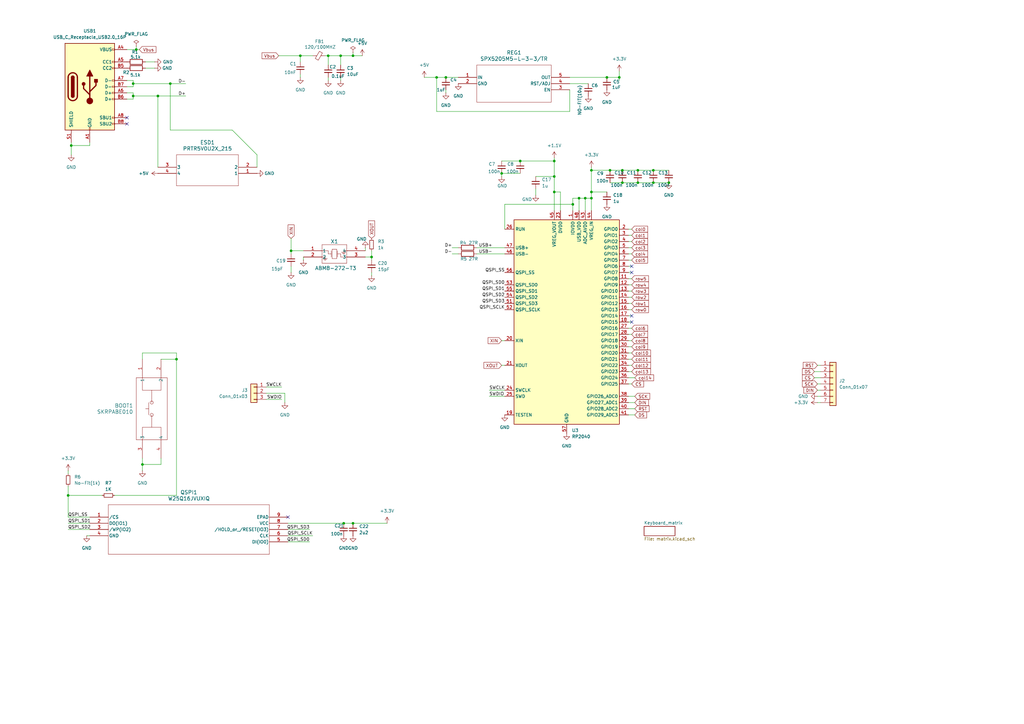
<source format=kicad_sch>
(kicad_sch (version 20250114) (generator "eeschema") (generator_version "9.0")
  (paper "A3")
  (lib_symbols
    (symbol "Button_boot:SKRPABE010" (pin_names (offset 0.254))
      (property "Reference" "SW" (at 20.32 7.62 0))
      (property "Value" "SKRPABE010" (at 20.32 5.08 0))
      (symbol "SKRPABE010_0_1"
        (pin unspecified line (at 0 0 0) (length 7.62) (name "1") (number "1"))
        (pin unspecified line (at 0 -7.62 0) (length 7.62) (name "2") (number "2"))
        (pin unspecified line (at 40.64 0 180) (length 7.62) (name "3") (number "3"))
        (pin unspecified line (at 40.64 -7.62 180) (length 7.62) (name "4") (number "4"))
      )
    )
    (symbol "Connector:USB_C_Receptacle_USB2.0_16P" (pin_names (offset 1.016))
      (property "Reference" "J" (at 0 22.225 0))
      (property "Value" "USB_C_Receptacle_USB2.0_16P" (at 0 19.685 0))
      (symbol "USB_C_Receptacle_USB2.0_16P_1_1"
        (pin passive line (at -7.62 -22.86 90) (length 5.08) (name "SHIELD") (number "S1"))
        (pin passive line (at 0 -22.86 90) (length 5.08) (name "GND") (number "A1"))
        (pin passive line (at 0 -22.86 90) (length 5.08) (hide yes) (name "GND") (number "A12"))
        (pin passive line (at 0 -22.86 90) (length 5.08) (hide yes) (name "GND") (number "B1"))
        (pin passive line (at 0 -22.86 90) (length 5.08) (hide yes) (name "GND") (number "B12"))
        (pin passive line (at 15.24 15.24 180) (length 5.08) (name "VBUS") (number "A4"))
        (pin passive line (at 15.24 15.24 180) (length 5.08) (hide yes) (name "VBUS") (number "A9"))
        (pin passive line (at 15.24 15.24 180) (length 5.08) (hide yes) (name "VBUS") (number "B4"))
        (pin passive line (at 15.24 15.24 180) (length 5.08) (hide yes) (name "VBUS") (number "B9"))
        (pin bidirectional line (at 15.24 10.16 180) (length 5.08) (name "CC1") (number "A5"))
        (pin bidirectional line (at 15.24 7.62 180) (length 5.08) (name "CC2") (number "B5"))
        (pin bidirectional line (at 15.24 2.54 180) (length 5.08) (name "D-") (number "A7"))
        (pin bidirectional line (at 15.24 0 180) (length 5.08) (name "D-") (number "B7"))
        (pin bidirectional line (at 15.24 -2.54 180) (length 5.08) (name "D+") (number "A6"))
        (pin bidirectional line (at 15.24 -5.08 180) (length 5.08) (name "D+") (number "B6"))
        (pin bidirectional line (at 15.24 -12.7 180) (length 5.08) (name "SBU1") (number "A8"))
        (pin bidirectional line (at 15.24 -15.24 180) (length 5.08) (name "SBU2") (number "B8"))
      )
    )
    (symbol "Connector_Generic:Conn_01x03" (pin_names (offset 1.016) (hide yes))
      (property "Reference" "J" (at 0 5.08 0))
      (property "Value" "Conn_01x03" (at 0 -5.08 0))
      (symbol "Conn_01x03_1_1"
        (pin passive line (at -5.08 2.54 0) (length 3.81) (name "Pin_1") (number "1"))
        (pin passive line (at -5.08 0 0) (length 3.81) (name "Pin_2") (number "2"))
        (pin passive line (at -5.08 -2.54 0) (length 3.81) (name "Pin_3") (number "3"))
      )
    )
    (symbol "Connector_Generic:Conn_01x07" (pin_names (offset 1.016) (hide yes))
      (property "Reference" "J" (at 0 10.16 0))
      (property "Value" "Conn_01x07" (at 0 -10.16 0))
      (symbol "Conn_01x07_1_1"
        (pin passive line (at -5.08 7.62 0) (length 3.81) (name "Pin_1") (number "1"))
        (pin passive line (at -5.08 5.08 0) (length 3.81) (name "Pin_2") (number "2"))
        (pin passive line (at -5.08 2.54 0) (length 3.81) (name "Pin_3") (number "3"))
        (pin passive line (at -5.08 0 0) (length 3.81) (name "Pin_4") (number "4"))
        (pin passive line (at -5.08 -2.54 0) (length 3.81) (name "Pin_5") (number "5"))
        (pin passive line (at -5.08 -5.08 0) (length 3.81) (name "Pin_6") (number "6"))
        (pin passive line (at -5.08 -7.62 0) (length 3.81) (name "Pin_7") (number "7"))
      )
    )
    (symbol "Device:C_Small" (pin_numbers (hide yes)) (pin_names (offset 0.254) (hide yes))
      (property "Reference" "C" (at 0.254 1.778 0))
      (property "Value" "C_Small" (at 0.254 -2.032 0))
      (symbol "C_Small_1_1"
        (pin passive line (at 0 2.54 270) (length 2.032) (name "~") (number "1"))
        (pin passive line (at 0 -2.54 90) (length 2.032) (name "~") (number "2"))
      )
    )
    (symbol "Device:FerriteBead_Small" (pin_numbers (hide yes)) (pin_names (offset 0))
      (property "Reference" "FB" (at 1.905 1.27 0))
      (property "Value" "FerriteBead_Small" (at 1.905 -1.27 0))
      (symbol "FerriteBead_Small_1_1"
        (pin passive line (at 0 2.54 270) (length 1.27) (name "~") (number "1"))
        (pin passive line (at 0 -2.54 90) (length 1.27) (name "~") (number "2"))
      )
    )
    (symbol "Device:R" (pin_numbers (hide yes)) (pin_names (offset 0))
      (property "Reference" "R" (at 2.032 0 90))
      (property "Value" "R" (at 0 0 90))
      (symbol "R_1_1"
        (pin passive line (at 0 3.81 270) (length 1.27) (name "~") (number "1"))
        (pin passive line (at 0 -3.81 90) (length 1.27) (name "~") (number "2"))
      )
    )
    (symbol "Device:R_Small" (pin_numbers (hide yes)) (pin_names (offset 0.254) (hide yes))
      (property "Reference" "R" (at 0.762 0.508 0))
      (property "Value" "R_Small" (at 0.762 -1.016 0))
      (symbol "R_Small_1_1"
        (pin passive line (at 0 2.54 270) (length 0.762) (name "~") (number "1"))
        (pin passive line (at 0 -2.54 90) (length 0.762) (name "~") (number "2"))
      )
    )
    (symbol "ESD_prot:PRTR5V0U2X_215" (pin_names (offset 0.254))
      (property "Reference" "U" (at 20.32 10.16 0))
      (property "Value" "PRTR5V0U2X_215" (at 20.32 7.62 0))
      (symbol "PRTR5V0U2X_215_0_1"
        (pin unspecified line (at 0 0 0) (length 7.62) (name "1") (number "1"))
        (pin unspecified line (at 0 -2.54 0) (length 7.62) (name "2") (number "2"))
        (pin unspecified line (at 40.64 0 180) (length 7.62) (name "4") (number "4"))
        (pin unspecified line (at 40.64 -2.54 180) (length 7.62) (name "3") (number "3"))
      )
    )
    (symbol "LDO_reg3v3:SPX5205M5-L-3-3_TR" (pin_names (offset 0.254))
      (property "Reference" "REG1" (at 22.86 10.16 0))
      (property "Value" "SPX5205M5-L-3-3/TR" (at 22.86 7.62 0))
      (symbol "SPX5205M5-L-3-3_TR_0_1"
        (pin input line (at 0 0 0) (length 7.62) (name "IN") (number "1"))
        (pin power_out line (at 0 -2.54 0) (length 7.62) (name "GND") (number "2"))
        (pin unspecified line (at 45.72 -2.54 180) (length 7.62) (name "RST/ADJ") (number "4"))
        (pin input line (at 45.72 -5.08 180) (length 7.62) (name "EN") (number "3"))
      )
      (symbol "SPX5205M5-L-3-3_TR_1_1"
        (pin power_out line (at 45.72 0 180) (length 7.62) (name "OUT") (number "5"))
      )
    )
    (symbol "MCU_RaspberryPi:RP2040"
      (property "Reference" "U3" (at 2.1433 -44.45 0))
      (property "Value" "RP2040" (at 2.1433 -46.99 0))
      (symbol "RP2040_1_1"
        (pin input line (at -25.4 38.1 0) (length 3.81) (name "RUN") (number "26"))
        (pin bidirectional line (at -25.4 30.48 0) (length 3.81) (name "USB+") (number "47"))
        (pin bidirectional line (at -25.4 27.94 0) (length 3.81) (name "USB-") (number "46"))
        (pin bidirectional line (at -25.4 20.32 0) (length 3.81) (name "QSPI_SS") (number "56"))
        (pin bidirectional line (at -25.4 15.24 0) (length 3.81) (name "QSPI_SD0") (number "53"))
        (pin bidirectional line (at -25.4 12.7 0) (length 3.81) (name "QSPI_SD1") (number "55"))
        (pin bidirectional line (at -25.4 10.16 0) (length 3.81) (name "QSPI_SD2") (number "54"))
        (pin bidirectional line (at -25.4 7.62 0) (length 3.81) (name "QSPI_SD3") (number "51"))
        (pin output line (at -25.4 5.08 0) (length 3.81) (name "QSPI_SCLK") (number "52"))
        (pin input line (at -25.4 -7.62 0) (length 3.81) (name "XIN") (number "20"))
        (pin passive line (at -25.4 -17.78 0) (length 3.81) (name "XOUT") (number "21"))
        (pin input line (at -25.4 -27.94 0) (length 3.81) (name "SWCLK") (number "24"))
        (pin bidirectional line (at -25.4 -30.48 0) (length 3.81) (name "SWD") (number "25"))
        (pin input line (at -25.4 -38.1 0) (length 3.81) (name "TESTEN") (number "19"))
        (pin power_out line (at -5.08 45.72 270) (length 3.81) (name "VREG_VOUT") (number "45"))
        (pin power_in line (at -2.54 45.72 270) (length 3.81) (name "DVDD") (number "23"))
        (pin passive line (at -2.54 45.72 270) (length 3.81) (hide yes) (name "DVDD") (number "50"))
        (pin power_in line (at 0 -45.72 90) (length 3.81) (name "GND") (number "57"))
        (pin power_in line (at 2.54 45.72 270) (length 3.81) (name "IOVDD") (number "1"))
        (pin passive line (at 2.54 45.72 270) (length 3.81) (hide yes) (name "IOVDD") (number "10"))
        (pin passive line (at 2.54 45.72 270) (length 3.81) (hide yes) (name "IOVDD") (number "22"))
        (pin passive line (at 2.54 45.72 270) (length 3.81) (hide yes) (name "IOVDD") (number "33"))
        (pin passive line (at 2.54 45.72 270) (length 3.81) (hide yes) (name "IOVDD") (number "42"))
        (pin passive line (at 2.54 45.72 270) (length 3.81) (hide yes) (name "IOVDD") (number "49"))
        (pin power_in line (at 5.08 45.72 270) (length 3.81) (name "USB_VDD") (number "48"))
        (pin power_in line (at 7.62 45.72 270) (length 3.81) (name "ADC_AVDD") (number "43"))
        (pin power_in line (at 10.16 45.72 270) (length 3.81) (name "VREG_IN") (number "44"))
        (pin bidirectional line (at 25.4 38.1 180) (length 3.81) (name "GPIO0") (number "2"))
        (pin bidirectional line (at 25.4 35.56 180) (length 3.81) (name "GPIO1") (number "3"))
        (pin bidirectional line (at 25.4 33.02 180) (length 3.81) (name "GPIO2") (number "4"))
        (pin bidirectional line (at 25.4 30.48 180) (length 3.81) (name "GPIO3") (number "5"))
        (pin bidirectional line (at 25.4 27.94 180) (length 3.81) (name "GPIO4") (number "6"))
        (pin bidirectional line (at 25.4 25.4 180) (length 3.81) (name "GPIO5") (number "7"))
        (pin bidirectional line (at 25.4 22.86 180) (length 3.81) (name "GPIO6") (number "8"))
        (pin bidirectional line (at 25.4 20.32 180) (length 3.81) (name "GPIO7") (number "9"))
        (pin bidirectional line (at 25.4 17.78 180) (length 3.81) (name "GPIO8") (number "11"))
        (pin bidirectional line (at 25.4 15.24 180) (length 3.81) (name "GPIO9") (number "12"))
        (pin bidirectional line (at 25.4 12.7 180) (length 3.81) (name "GPIO10") (number "13"))
        (pin bidirectional line (at 25.4 10.16 180) (length 3.81) (name "GPIO11") (number "14"))
        (pin bidirectional line (at 25.4 7.62 180) (length 3.81) (name "GPIO12") (number "15"))
        (pin bidirectional line (at 25.4 5.08 180) (length 3.81) (name "GPIO13") (number "16"))
        (pin bidirectional line (at 25.4 2.54 180) (length 3.81) (name "GPIO14") (number "17"))
        (pin bidirectional line (at 25.4 0 180) (length 3.81) (name "GPIO15") (number "18"))
        (pin bidirectional line (at 25.4 -2.54 180) (length 3.81) (name "GPIO16") (number "27"))
        (pin bidirectional line (at 25.4 -5.08 180) (length 3.81) (name "GPIO17") (number "28"))
        (pin bidirectional line (at 25.4 -7.62 180) (length 3.81) (name "GPIO18") (number "29"))
        (pin bidirectional line (at 25.4 -10.16 180) (length 3.81) (name "GPIO19") (number "30"))
        (pin bidirectional line (at 25.4 -12.7 180) (length 3.81) (name "GPIO20") (number "31"))
        (pin bidirectional line (at 25.4 -15.24 180) (length 3.81) (name "GPIO21") (number "32"))
        (pin bidirectional line (at 25.4 -17.78 180) (length 3.81) (name "GPIO22") (number "34"))
        (pin bidirectional line (at 25.4 -20.32 180) (length 3.81) (name "GPIO23") (number "35"))
        (pin bidirectional line (at 25.4 -22.86 180) (length 3.81) (name "GPIO24") (number "36"))
        (pin bidirectional line (at 25.4 -25.4 180) (length 3.81) (name "GPIO25") (number "37"))
        (pin bidirectional line (at 25.4 -30.48 180) (length 3.81) (name "GPIO26_ADC0") (number "38"))
        (pin bidirectional line (at 25.4 -33.02 180) (length 3.81) (name "GPIO27_ADC1") (number "39"))
        (pin bidirectional line (at 25.4 -35.56 180) (length 3.81) (name "GPIO28_ADC2") (number "40"))
        (pin bidirectional line (at 25.4 -38.1 180) (length 3.81) (name "GPIO29_ADC3") (number "41"))
      )
    )
    (symbol "crystal_12mhz:ABM8-272-T3" (pin_names (offset 0.254))
      (property "Reference" "X" (at 12.7 7.62 0))
      (property "Value" "ABM8-272-T3" (at 12.7 5.08 0))
      (symbol "ABM8-272-T3_0_1"
        (pin unspecified line (at 0 0 0) (length 7.62) (name "1") (number "1"))
        (pin unspecified line (at 0 -2.54 0) (length 7.62) (name "2") (number "2"))
        (pin unspecified line (at 25.4 0 180) (length 7.62) (name "4") (number "4"))
        (pin unspecified line (at 25.4 -2.54 180) (length 7.62) (name "3") (number "3"))
      )
    )
    (symbol "flash_QSPI:W25Q16JVUXIQ" (pin_names (offset 0.254))
      (property "Reference" "U" (at 40.64 10.16 0))
      (property "Value" "W25Q16JVUXIQ" (at 40.64 7.62 0))
      (symbol "W25Q16JVUXIQ_0_1"
        (pin unspecified line (at 0 0 0) (length 7.62) (name "/CS") (number "1"))
        (pin unspecified line (at 0 -2.54 0) (length 7.62) (name "DO(IO1)") (number "2"))
        (pin unspecified line (at 0 -5.08 0) (length 7.62) (name "/WP(IO2)") (number "3"))
        (pin unspecified line (at 0 -7.62 0) (length 7.62) (name "GND") (number "4"))
        (pin unspecified line (at 81.28 0 180) (length 7.62) (name "EPAD") (number "9"))
        (pin unspecified line (at 81.28 -2.54 180) (length 7.62) (name "VCC") (number "8"))
        (pin unspecified line (at 81.28 -5.08 180) (length 7.62) (name "/HOLD_or_/RESET(IO3)") (number "7"))
        (pin unspecified line (at 81.28 -7.62 180) (length 7.62) (name "CLK") (number "6"))
        (pin unspecified line (at 81.28 -10.16 180) (length 7.62) (name "DI(IO0)") (number "5"))
      )
    )
    (symbol "power:+3.3V" (power) (pin_numbers (hide yes)) (pin_names (offset 0) (hide yes))
      (property "Value" "+3.3V" (at 0 3.556 0))
      (symbol "+3.3V_1_1"
        (pin power_in line (at 0 0 90) (length 0) (name "~") (number "1"))
      )
    )
    (symbol "power:+5V" (power) (pin_numbers (hide yes)) (pin_names (offset 0) (hide yes))
      (property "Value" "+5V" (at 0 3.556 0))
      (symbol "+5V_1_1"
        (pin power_in line (at 0 0 90) (length 0) (name "~") (number "1"))
      )
    )
    (symbol "power:GND" (power) (pin_numbers (hide yes)) (pin_names (offset 0) (hide yes))
      (property "Value" "GND" (at 0 -3.81 0))
      (symbol "GND_1_1"
        (pin power_in line (at 0 0 270) (length 0) (name "~") (number "1"))
      )
    )
    (symbol "power:PWR_FLAG" (power) (pin_numbers (hide yes)) (pin_names (offset 0) (hide yes))
      (property "Value" "PWR_FLAG" (at 0 3.81 0))
      (symbol "PWR_FLAG_0_0"
        (pin power_out line (at 0 0 90) (length 0) (name "~") (number "1"))
      )
    )
  )
  (junction (at 213.36 66.04))
  (junction (at 27.94 203.2))
  (junction (at 140.97 214.63))
  (junction (at 123.19 22.86))
  (junction (at 255.27 74.93))
  (junction (at 227.33 78.74))
  (junction (at 58.42 190.5))
  (junction (at 64.77 39.37))
  (junction (at 29.21 59.69))
  (junction (at 144.78 214.63))
  (junction (at 242.57 81.28))
  (junction (at 182.88 31.75))
  (junction (at 227.33 66.04))
  (junction (at 237.49 81.28))
  (junction (at 267.97 74.93))
  (junction (at 261.62 69.85))
  (junction (at 152.4 105.41))
  (junction (at 227.33 72.39))
  (junction (at 205.74 71.12))
  (junction (at 69.85 34.29))
  (junction (at 54.61 34.29))
  (junction (at 179.07 31.75))
  (junction (at 267.97 69.85))
  (junction (at 144.78 22.86))
  (junction (at 54.61 39.37))
  (junction (at 242.57 69.85))
  (junction (at 248.92 31.75))
  (junction (at 234.95 83.82))
  (junction (at 242.57 78.74))
  (junction (at 274.32 74.93))
  (junction (at 55.88 20.32))
  (junction (at 250.19 69.85))
  (junction (at 261.62 74.93))
  (junction (at 139.7 22.86))
  (junction (at 255.27 69.85))
  (junction (at 134.62 22.86))
  (junction (at 240.03 81.28))
  (junction (at 254 31.75))
  (junction (at 72.39 147.32))
  (junction (at 119.38 102.87))
  (no_connect (at 259.08 109.22))
  (no_connect (at 118.11 212.09))
  (no_connect (at 52.07 50.8))
  (no_connect (at 52.07 48.26))
  (no_connect (at 259.08 132.08))
  (no_connect (at 259.08 129.54))
  (no_connect (at 259.08 111.76))
  (wire (pts (xy 173.99 31.75) (xy 179.07 31.75)))
  (wire (pts (xy 134.62 22.86) (xy 133.35 22.86)))
  (wire (pts (xy 124.46 102.87) (xy 119.38 102.87)))
  (wire (pts (xy 227.33 78.74) (xy 227.33 72.39)))
  (wire (pts (xy 207.01 93.98) (xy 207.01 83.82)))
  (wire (pts (xy 179.07 31.75) (xy 179.07 45.72)))
  (wire (pts (xy 149.86 105.41) (xy 152.4 105.41)))
  (wire (pts (xy 267.97 69.85) (xy 274.32 69.85)))
  (wire (pts (xy 335.28 160.02) (xy 336.55 160.02)))
  (wire (pts (xy 261.62 69.85) (xy 267.97 69.85)))
  (wire (pts (xy 233.68 36.83) (xy 233.68 45.72)))
  (wire (pts (xy 261.62 74.93) (xy 267.97 74.93)))
  (wire (pts (xy 148.59 22.86) (xy 144.78 22.86)))
  (wire (pts (xy 259.08 157.48) (xy 257.81 157.48)))
  (wire (pts (xy 259.08 149.86) (xy 257.81 149.86)))
  (wire (pts (xy 119.38 97.79) (xy 119.38 102.87)))
  (wire (pts (xy 334.01 154.94) (xy 336.55 154.94)))
  (wire (pts (xy 242.57 78.74) (xy 242.57 81.28)))
  (wire (pts (xy 242.57 86.36) (xy 242.57 81.28)))
  (wire (pts (xy 115.57 163.83) (xy 109.22 163.83)))
  (wire (pts (xy 36.83 58.42) (xy 36.83 59.69)))
  (wire (pts (xy 259.08 152.4) (xy 257.81 152.4)))
  (wire (pts (xy 139.7 22.86) (xy 134.62 22.86)))
  (wire (pts (xy 259.08 132.08) (xy 257.81 132.08)))
  (wire (pts (xy 185.42 101.6) (xy 187.96 101.6)))
  (wire (pts (xy 259.08 111.76) (xy 257.81 111.76)))
  (wire (pts (xy 144.78 22.86) (xy 139.7 22.86)))
  (wire (pts (xy 72.39 147.32) (xy 66.04 147.32)))
  (wire (pts (xy 213.36 66.04) (xy 205.74 66.04)))
  (wire (pts (xy 195.58 101.6) (xy 207.01 101.6)))
  (wire (pts (xy 149.86 101.6) (xy 149.86 102.87)))
  (wire (pts (xy 334.01 152.4) (xy 336.55 152.4)))
  (wire (pts (xy 260.35 170.18) (xy 257.81 170.18)))
  (wire (pts (xy 185.42 104.14) (xy 187.96 104.14)))
  (wire (pts (xy 29.21 59.69) (xy 29.21 63.5)))
  (wire (pts (xy 27.94 199.39) (xy 27.94 203.2)))
  (wire (pts (xy 259.08 137.16) (xy 257.81 137.16)))
  (wire (pts (xy 335.28 157.48) (xy 336.55 157.48)))
  (wire (pts (xy 182.88 31.75) (xy 179.07 31.75)))
  (wire (pts (xy 69.85 34.29) (xy 69.85 53.34)))
  (wire (pts (xy 335.28 149.86) (xy 336.55 149.86)))
  (wire (pts (xy 229.87 86.36) (xy 229.87 78.74)))
  (wire (pts (xy 69.85 53.34) (xy 95.25 53.34)))
  (wire (pts (xy 242.57 81.28) (xy 240.03 81.28)))
  (wire (pts (xy 152.4 102.87) (xy 152.4 105.41)))
  (wire (pts (xy 200.66 160.02) (xy 207.01 160.02)))
  (wire (pts (xy 259.08 119.38) (xy 257.81 119.38)))
  (wire (pts (xy 234.95 81.28) (xy 234.95 83.82)))
  (wire (pts (xy 259.08 99.06) (xy 257.81 99.06)))
  (wire (pts (xy 27.94 193.04) (xy 27.94 194.31)))
  (wire (pts (xy 259.08 101.6) (xy 257.81 101.6)))
  (wire (pts (xy 259.08 109.22) (xy 257.81 109.22)))
  (wire (pts (xy 233.68 34.29) (xy 241.3 34.29)))
  (wire (pts (xy 259.08 127) (xy 257.81 127)))
  (wire (pts (xy 119.38 109.22) (xy 119.38 111.76)))
  (wire (pts (xy 254 31.75) (xy 254 33.02)))
  (wire (pts (xy 219.71 80.01) (xy 219.71 77.47)))
  (wire (pts (xy 259.08 147.32) (xy 257.81 147.32)))
  (wire (pts (xy 118.11 214.63) (xy 140.97 214.63)))
  (wire (pts (xy 52.07 38.1) (xy 54.61 38.1)))
  (wire (pts (xy 259.08 106.68) (xy 257.81 106.68)))
  (wire (pts (xy 127 217.17) (xy 118.11 217.17)))
  (wire (pts (xy 227.33 72.39) (xy 227.33 66.04)))
  (wire (pts (xy 260.35 162.56) (xy 257.81 162.56)))
  (wire (pts (xy 29.21 58.42) (xy 29.21 59.69)))
  (wire (pts (xy 64.77 39.37) (xy 76.2 39.37)))
  (wire (pts (xy 58.42 187.96) (xy 58.42 190.5)))
  (wire (pts (xy 259.08 129.54) (xy 257.81 129.54)))
  (wire (pts (xy 259.08 134.62) (xy 257.81 134.62)))
  (wire (pts (xy 134.62 33.02) (xy 134.62 31.75)))
  (wire (pts (xy 205.74 139.7) (xy 207.01 139.7)))
  (wire (pts (xy 267.97 74.93) (xy 274.32 74.93)))
  (wire (pts (xy 105.41 63.5) (xy 95.25 53.34)))
  (wire (pts (xy 72.39 203.2) (xy 72.39 147.32)))
  (wire (pts (xy 152.4 105.41) (xy 152.4 106.68)))
  (wire (pts (xy 144.78 21.59) (xy 144.78 22.86)))
  (wire (pts (xy 66.04 187.96) (xy 66.04 190.5)))
  (wire (pts (xy 250.19 69.85) (xy 255.27 69.85)))
  (wire (pts (xy 54.61 39.37) (xy 54.61 40.64)))
  (wire (pts (xy 27.94 203.2) (xy 27.94 212.09)))
  (wire (pts (xy 54.61 33.02) (xy 54.61 34.29)))
  (wire (pts (xy 227.33 78.74) (xy 227.33 86.36)))
  (wire (pts (xy 259.08 144.78) (xy 257.81 144.78)))
  (wire (pts (xy 58.42 147.32) (xy 58.42 144.78)))
  (wire (pts (xy 127 222.25) (xy 118.11 222.25)))
  (wire (pts (xy 124.46 106.68) (xy 124.46 105.41)))
  (wire (pts (xy 182.88 38.1) (xy 182.88 36.83)))
  (wire (pts (xy 58.42 193.04) (xy 58.42 190.5)))
  (wire (pts (xy 259.08 114.3) (xy 257.81 114.3)))
  (wire (pts (xy 259.08 139.7) (xy 257.81 139.7)))
  (wire (pts (xy 114.3 22.86) (xy 123.19 22.86)))
  (wire (pts (xy 259.08 96.52) (xy 257.81 96.52)))
  (wire (pts (xy 259.08 116.84) (xy 257.81 116.84)))
  (wire (pts (xy 27.94 203.2) (xy 41.91 203.2)))
  (wire (pts (xy 27.94 214.63) (xy 36.83 214.63)))
  (wire (pts (xy 152.4 113.03) (xy 152.4 111.76)))
  (wire (pts (xy 123.19 22.86) (xy 128.27 22.86)))
  (wire (pts (xy 182.88 31.75) (xy 187.96 31.75)))
  (wire (pts (xy 116.84 161.29) (xy 116.84 165.1)))
  (wire (pts (xy 259.08 93.98) (xy 257.81 93.98)))
  (wire (pts (xy 195.58 104.14) (xy 207.01 104.14)))
  (wire (pts (xy 259.08 121.92) (xy 257.81 121.92)))
  (wire (pts (xy 260.35 165.1) (xy 257.81 165.1)))
  (wire (pts (xy 119.38 102.87) (xy 119.38 104.14)))
  (wire (pts (xy 255.27 69.85) (xy 261.62 69.85)))
  (wire (pts (xy 109.22 161.29) (xy 116.84 161.29)))
  (wire (pts (xy 242.57 78.74) (xy 248.92 78.74)))
  (wire (pts (xy 259.08 142.24) (xy 257.81 142.24)))
  (wire (pts (xy 205.74 71.12) (xy 213.36 71.12)))
  (wire (pts (xy 139.7 22.86) (xy 139.7 26.67)))
  (wire (pts (xy 55.88 19.05) (xy 55.88 20.32)))
  (wire (pts (xy 227.33 64.77) (xy 227.33 66.04)))
  (wire (pts (xy 260.35 167.64) (xy 257.81 167.64)))
  (wire (pts (xy 233.68 31.75) (xy 248.92 31.75)))
  (wire (pts (xy 54.61 38.1) (xy 54.61 39.37)))
  (wire (pts (xy 240.03 86.36) (xy 240.03 81.28)))
  (wire (pts (xy 72.39 144.78) (xy 72.39 147.32)))
  (wire (pts (xy 66.04 190.5) (xy 58.42 190.5)))
  (wire (pts (xy 179.07 45.72) (xy 233.68 45.72)))
  (wire (pts (xy 234.95 81.28) (xy 237.49 81.28)))
  (wire (pts (xy 255.27 74.93) (xy 261.62 74.93)))
  (wire (pts (xy 55.88 20.32) (xy 57.15 20.32)))
  (wire (pts (xy 242.57 68.58) (xy 242.57 69.85)))
  (wire (pts (xy 205.74 72.39) (xy 205.74 71.12)))
  (wire (pts (xy 69.85 34.29) (xy 76.2 34.29)))
  (wire (pts (xy 335.28 162.56) (xy 336.55 162.56)))
  (wire (pts (xy 207.01 83.82) (xy 234.95 83.82)))
  (wire (pts (xy 259.08 104.14) (xy 257.81 104.14)))
  (wire (pts (xy 27.94 212.09) (xy 36.83 212.09)))
  (wire (pts (xy 115.57 158.75) (xy 109.22 158.75)))
  (wire (pts (xy 52.07 20.32) (xy 55.88 20.32)))
  (wire (pts (xy 123.19 31.75) (xy 123.19 30.48)))
  (wire (pts (xy 248.92 31.75) (xy 254 31.75)))
  (wire (pts (xy 237.49 86.36) (xy 237.49 81.28)))
  (wire (pts (xy 63.5 25.4) (xy 59.69 25.4)))
  (wire (pts (xy 35.56 219.71) (xy 36.83 219.71)))
  (wire (pts (xy 227.33 66.04) (xy 213.36 66.04)))
  (wire (pts (xy 200.66 162.56) (xy 207.01 162.56)))
  (wire (pts (xy 139.7 33.02) (xy 139.7 31.75)))
  (wire (pts (xy 52.07 40.64) (xy 54.61 40.64)))
  (wire (pts (xy 29.21 59.69) (xy 36.83 59.69)))
  (wire (pts (xy 144.78 214.63) (xy 140.97 214.63)))
  (wire (pts (xy 254 29.21) (xy 254 31.75)))
  (wire (pts (xy 144.78 214.63) (xy 158.75 214.63)))
  (wire (pts (xy 27.94 217.17) (xy 36.83 217.17)))
  (wire (pts (xy 105.41 68.58) (xy 105.41 63.5)))
  (wire (pts (xy 59.69 27.94) (xy 63.5 27.94)))
  (wire (pts (xy 58.42 144.78) (xy 72.39 144.78)))
  (wire (pts (xy 123.19 22.86) (xy 123.19 25.4)))
  (wire (pts (xy 52.07 35.56) (xy 54.61 35.56)))
  (wire (pts (xy 64.77 39.37) (xy 64.77 68.58)))
  (wire (pts (xy 335.28 165.1) (xy 336.55 165.1)))
  (wire (pts (xy 205.74 149.86) (xy 207.01 149.86)))
  (wire (pts (xy 54.61 34.29) (xy 54.61 35.56)))
  (wire (pts (xy 250.19 74.93) (xy 255.27 74.93)))
  (wire (pts (xy 219.71 72.39) (xy 227.33 72.39)))
  (wire (pts (xy 54.61 39.37) (xy 64.77 39.37)))
  (wire (pts (xy 240.03 81.28) (xy 237.49 81.28)))
  (wire (pts (xy 134.62 26.67) (xy 134.62 22.86)))
  (wire (pts (xy 46.99 203.2) (xy 72.39 203.2)))
  (wire (pts (xy 229.87 78.74) (xy 227.33 78.74)))
  (wire (pts (xy 242.57 69.85) (xy 242.57 78.74)))
  (wire (pts (xy 242.57 69.85) (xy 250.19 69.85)))
  (wire (pts (xy 52.07 33.02) (xy 54.61 33.02)))
  (wire (pts (xy 260.35 154.94) (xy 257.81 154.94)))
  (wire (pts (xy 259.08 124.46) (xy 257.81 124.46)))
  (wire (pts (xy 54.61 34.29) (xy 69.85 34.29)))
  (wire (pts (xy 234.95 83.82) (xy 234.95 86.36)))
  (wire (pts (xy 128.27 219.71) (xy 118.11 219.71)))
  (label "SWDIO" (at 200.66 162.56 0))
  (label "QSPI_SD1" (at 207.01 119.38 180))
  (label "QSPI_SCLK" (at 128.27 219.71 180))
  (label "D-" (at 76.2 34.29 180))
  (label "QSPI_SD1" (at 27.94 214.63 0))
  (label "SWCLK" (at 200.66 160.02 0))
  (label "D+" (at 185.42 101.6 180))
  (label "QSPI_SS" (at 27.94 212.09 0))
  (label "SWDIO" (at 115.57 163.83 180))
  (label "D+" (at 76.2 39.37 180))
  (label "D-" (at 185.42 104.14 180))
  (label "SWCLK" (at 115.57 158.75 180))
  (label "QSPI_SD3" (at 127 217.17 180))
  (label "USB-" (at 201.93 104.14 180))
  (label "QSPI_SD0" (at 207.01 116.84 180))
  (label "USB+" (at 201.93 101.6 180))
  (label "QSPI_SD2" (at 207.01 121.92 180))
  (label "QSPI_SD3" (at 207.01 124.46 180))
  (label "QSPI_SCLK" (at 207.01 127 180))
  (label "QSPI_SS" (at 207.01 111.76 180))
  (label "QSPI_SD0" (at 127 222.25 180))
  (label "QSPI_SD2" (at 27.94 217.17 0))
  (global_label "col0" (shape input) (at 259.08 93.98 0) (property "Intersheetrefs" "${INTERSHEET_REFS}" (effects (hide yes))))
  (global_label "DIN" (shape input) (at 260.35 165.1 0) (property "Intersheetrefs" "${INTERSHEET_REFS}" (effects (hide yes))))
  (global_label "SCK" (shape input) (at 335.28 157.48 180) (property "Intersheetrefs" "${INTERSHEET_REFS}" (effects (hide yes))))
  (global_label "XOUT" (shape input) (at 205.74 149.86 180) (property "Intersheetrefs" "${INTERSHEET_REFS}" (effects (hide yes))))
  (global_label "XOUT" (shape input) (at 152.4 97.79 90) (property "Intersheetrefs" "${INTERSHEET_REFS}" (effects (hide yes))))
  (global_label "CS" (shape input) (at 334.01 154.94 180) (property "Intersheetrefs" "${INTERSHEET_REFS}" (effects (hide yes))))
  (global_label "SCK" (shape input) (at 260.35 162.56 0) (property "Intersheetrefs" "${INTERSHEET_REFS}" (effects (hide yes))))
  (global_label "row2" (shape input) (at 259.08 121.92 0) (property "Intersheetrefs" "${INTERSHEET_REFS}" (effects (hide yes))))
  (global_label "XIN" (shape input) (at 119.38 97.79 90) (property "Intersheetrefs" "${INTERSHEET_REFS}" (effects (hide yes))))
  (global_label "DS" (shape input) (at 260.35 170.18 0) (property "Intersheetrefs" "${INTERSHEET_REFS}" (effects (hide yes))))
  (global_label "DS" (shape input) (at 334.01 152.4 180) (property "Intersheetrefs" "${INTERSHEET_REFS}" (effects (hide yes))))
  (global_label "col3" (shape input) (at 259.08 101.6 0) (property "Intersheetrefs" "${INTERSHEET_REFS}" (effects (hide yes))))
  (global_label "col10" (shape input) (at 259.08 144.78 0) (property "Intersheetrefs" "${INTERSHEET_REFS}" (effects (hide yes))))
  (global_label "Vbus" (shape input) (at 57.15 20.32 0) (property "Intersheetrefs" "${INTERSHEET_REFS}" (effects (hide yes))))
  (global_label "col11" (shape input) (at 259.08 147.32 0) (property "Intersheetrefs" "${INTERSHEET_REFS}" (effects (hide yes))))
  (global_label "col8" (shape input) (at 259.08 139.7 0) (property "Intersheetrefs" "${INTERSHEET_REFS}" (effects (hide yes))))
  (global_label "col13" (shape input) (at 259.08 152.4 0) (property "Intersheetrefs" "${INTERSHEET_REFS}" (effects (hide yes))))
  (global_label "col6" (shape input) (at 259.08 134.62 0) (property "Intersheetrefs" "${INTERSHEET_REFS}" (effects (hide yes))))
  (global_label "Vbus" (shape input) (at 114.3 22.86 180) (property "Intersheetrefs" "${INTERSHEET_REFS}" (effects (hide yes))))
  (global_label "DIN" (shape input) (at 335.28 160.02 180) (property "Intersheetrefs" "${INTERSHEET_REFS}" (effects (hide yes))))
  (global_label "col2" (shape input) (at 259.08 99.06 0) (property "Intersheetrefs" "${INTERSHEET_REFS}" (effects (hide yes))))
  (global_label "row4" (shape input) (at 259.08 116.84 0) (property "Intersheetrefs" "${INTERSHEET_REFS}" (effects (hide yes))))
  (global_label "col1" (shape input) (at 259.08 96.52 0) (property "Intersheetrefs" "${INTERSHEET_REFS}" (effects (hide yes))))
  (global_label "RST" (shape input) (at 260.35 167.64 0) (property "Intersheetrefs" "${INTERSHEET_REFS}" (effects (hide yes))))
  (global_label "col9" (shape input) (at 259.08 142.24 0) (property "Intersheetrefs" "${INTERSHEET_REFS}" (effects (hide yes))))
  (global_label "row3" (shape input) (at 259.08 119.38 0) (property "Intersheetrefs" "${INTERSHEET_REFS}" (effects (hide yes))))
  (global_label "row1" (shape input) (at 259.08 124.46 0) (property "Intersheetrefs" "${INTERSHEET_REFS}" (effects (hide yes))))
  (global_label "col7" (shape input) (at 259.08 137.16 0) (property "Intersheetrefs" "${INTERSHEET_REFS}" (effects (hide yes))))
  (global_label "row0" (shape input) (at 259.08 127 0) (property "Intersheetrefs" "${INTERSHEET_REFS}" (effects (hide yes))))
  (global_label "XIN" (shape input) (at 205.74 139.7 180) (property "Intersheetrefs" "${INTERSHEET_REFS}" (effects (hide yes))))
  (global_label "CS" (shape input) (at 259.08 157.48 0) (property "Intersheetrefs" "${INTERSHEET_REFS}" (effects (hide yes))))
  (global_label "col5" (shape input) (at 259.08 106.68 0) (property "Intersheetrefs" "${INTERSHEET_REFS}" (effects (hide yes))))
  (global_label "col14" (shape input) (at 260.35 154.94 0) (property "Intersheetrefs" "${INTERSHEET_REFS}" (effects (hide yes))))
  (global_label "col12" (shape input) (at 259.08 149.86 0) (property "Intersheetrefs" "${INTERSHEET_REFS}" (effects (hide yes))))
  (global_label "RST" (shape input) (at 335.28 149.86 180) (property "Intersheetrefs" "${INTERSHEET_REFS}" (effects (hide yes))))
  (global_label "row5" (shape input) (at 259.08 114.3 0) (property "Intersheetrefs" "${INTERSHEET_REFS}" (effects (hide yes))))
  (global_label "col4" (shape input) (at 259.08 104.14 0) (property "Intersheetrefs" "${INTERSHEET_REFS}" (effects (hide yes))))
  (symbol (lib_id "Device:C_Small") (at 219.71 74.93 0) (unit 1)
    (property "Reference" "C17" (at 222.25 73.6662 0) (effects (justify left)))
    (property "Value" "1u" (at 222.25 76.2062 0) (effects (justify left)))
    (property "Footprint" "Capacitor_SMD:C_0603_1608Metric_Pad1.08x0.95mm_HandSolder" (effects (hide yes)))
    (property "Description" "Unpolarized capacitor, small symbol" (effects (hide yes)))
  )
  (symbol (lib_id "power:GND") (at 63.5 25.4 90) (unit 1)
    (property "Reference" "#PWR02" (effects (hide yes)))
    (property "Value" "GND" (at 66.802 25.4 90) (effects (justify right)))
    (property "Description" "Power symbol creates a global label with name \"GND\" , ground" (effects (hide yes)))
  )
  (symbol (lib_id "Device:C_Small") (at 267.97 72.39 0) (unit 1)
    (property "Reference" "C12" (at 263.398 70.866 0) (effects (justify left)))
    (property "Value" "100n" (at 263.144 75.946 0) (effects (justify left)))
    (property "Footprint" "Capacitor_SMD:C_0603_1608Metric_Pad1.08x0.95mm_HandSolder" (effects (hide yes)))
    (property "Description" "Unpolarized capacitor, small symbol" (effects (hide yes)))
  )
  (symbol (lib_id "Device:C_Small") (at 274.32 72.39 0) (unit 1)
    (property "Reference" "C13" (at 270.002 70.866 0) (effects (justify left)))
    (property "Value" "100n" (at 269.748 75.946 0) (effects (justify left)))
    (property "Footprint" "Capacitor_SMD:C_0603_1608Metric_Pad1.08x0.95mm_HandSolder" (effects (hide yes)))
    (property "Description" "Unpolarized capacitor, small symbol" (effects (hide yes)))
  )
  (symbol (lib_id "power:GND") (at 116.84 165.1 0) (unit 1)
    (property "Reference" "#PWR025" (effects (hide yes)))
    (property "Value" "GND" (at 116.84 170.18 0))
    (property "Description" "Power symbol creates a global label with name \"GND\" , ground" (effects (hide yes)))
  )
  (symbol (lib_id "power:+5V") (at 64.77 71.12 90) (unit 1)
    (property "Reference" "#PWR014" (effects (hide yes)))
    (property "Value" "+5V" (at 60.96 71.1199 90) (effects (justify left)))
    (property "Description" "Power symbol creates a global label with name \"+5V\"" (effects (hide yes)))
  )
  (symbol (lib_id "power:PWR_FLAG") (at 55.88 19.05 0) (unit 1)
    (property "Reference" "#FLG01" (effects (hide yes)))
    (property "Value" "PWR_FLAG" (at 55.88 13.97 0))
    (property "Description" "Special symbol for telling ERC where power comes from" (effects (hide yes)))
  )
  (symbol (lib_id "power:GND") (at 232.41 177.8 0) (unit 1)
    (property "Reference" "#PWR028" (effects (hide yes)))
    (property "Value" "GND" (at 232.41 182.88 0))
    (property "Description" "Power symbol creates a global label with name \"GND\" , ground" (effects (hide yes)))
  )
  (symbol (lib_id "Device:C_Small") (at 139.7 29.21 0) (unit 1)
    (property "Reference" "C3" (at 142.24 27.9462 0) (effects (justify left)))
    (property "Value" "10uF" (at 142.24 30.4862 0) (effects (justify left)))
    (property "Footprint" "Capacitor_SMD:C_0805_2012Metric_Pad1.18x1.45mm_HandSolder" (effects (hide yes)))
    (property "Description" "Unpolarized capacitor, small symbol" (effects (hide yes)))
  )
  (symbol (lib_id "power:GND") (at 248.92 36.83 0) (unit 1)
    (property "Reference" "#PWR010" (effects (hide yes)))
    (property "Value" "GND" (at 248.92 41.91 0))
    (property "Description" "Power symbol creates a global label with name \"GND\" , ground" (effects (hide yes)))
  )
  (symbol (lib_id "power:GND") (at 63.5 27.94 90) (unit 1)
    (property "Reference" "#PWR03" (effects (hide yes)))
    (property "Value" "GND" (at 68.58 27.94 90))
    (property "Description" "Power symbol creates a global label with name \"GND\" , ground" (effects (hide yes)))
  )
  (symbol (lib_id "Device:R") (at 191.77 104.14 90) (unit 1)
    (property "Reference" "R5" (at 191.516 106.172 90) (effects (justify left)))
    (property "Value" "27R" (at 196.088 106.172 90) (effects (justify left)))
    (property "Footprint" "Resistor_SMD:R_0603_1608Metric_Pad0.98x0.95mm_HandSolder" (effects (hide yes)))
    (property "Description" "Resistor" (effects (hide yes)))
  )
  (symbol (lib_id "Device:C_Small") (at 134.62 29.21 0) (unit 1)
    (property "Reference" "C2" (at 135.128 27.432 0) (effects (justify left)))
    (property "Value" "0.1uF" (at 135.89 31.242 0) (effects (justify left)))
    (property "Footprint" "Capacitor_SMD:C_0603_1608Metric_Pad1.08x0.95mm_HandSolder" (effects (hide yes)))
    (property "Description" "Unpolarized capacitor, small symbol" (effects (hide yes)))
  )
  (symbol (lib_id "power:GND") (at 335.28 162.56 270) (unit 1)
    (property "Reference" "#PWR024" (effects (hide yes)))
    (property "Value" "GND" (at 331.47 162.5599 90) (effects (justify right)))
    (property "Description" "Power symbol creates a global label with name \"GND\" , ground" (effects (hide yes)))
  )
  (symbol (lib_id "crystal_12mhz:ABM8-272-T3") (at 124.46 102.87 0) (unit 1)
    (property "Reference" "X1" (at 137.16 99.06 0) (effects (font (size 1.524 1.524))))
    (property "Value" "ABM8-272-T3" (at 137.668 109.982 0) (effects (font (size 1.524 1.524))))
    (property "Footprint" "CRYSTAL_12MHZ:ABM8-272-T3_ABR" (effects (hide yes)))
    (property "Datasheet" "ABM8-272-T3" (effects (hide yes)))
  )
  (symbol (lib_id "power:+3.3V") (at 158.75 214.63 0) (unit 1)
    (property "Reference" "#PWR031" (effects (hide yes)))
    (property "Value" "+3.3V" (at 158.75 209.55 0))
    (property "Description" "Power symbol creates a global label with name \"+3.3V\"" (effects (hide yes)))
  )
  (symbol (lib_id "Device:R") (at 191.77 101.6 90) (unit 1)
    (property "Reference" "R4" (at 191.262 99.568 90) (effects (justify left)))
    (property "Value" "27R" (at 196.088 99.568 90) (effects (justify left)))
    (property "Footprint" "Resistor_SMD:R_0603_1608Metric_Pad0.98x0.95mm_HandSolder" (effects (hide yes)))
    (property "Description" "Resistor" (effects (hide yes)))
  )
  (symbol (lib_id "Device:R_Small") (at 152.4 100.33 0) (unit 1)
    (property "Reference" "R3" (at 154.94 99.0599 0) (effects (justify left)))
    (property "Value" "1k" (at 154.94 101.5999 0) (effects (justify left)))
    (property "Footprint" "Resistor_SMD:R_0603_1608Metric_Pad0.98x0.95mm_HandSolder" (effects (hide yes)))
    (property "Description" "Resistor, small symbol" (effects (hide yes)))
  )
  (symbol (lib_id "power:PWR_FLAG") (at 144.78 21.59 0) (unit 1)
    (property "Reference" "#FLG02" (effects (hide yes)))
    (property "Value" "PWR_FLAG" (at 144.78 16.51 0))
    (property "Description" "Special symbol for telling ERC where power comes from" (effects (hide yes)))
  )
  (symbol (lib_id "power:GND") (at 35.56 219.71 0) (unit 1)
    (property "Reference" "#PWR032" (effects (hide yes)))
    (property "Value" "GND" (at 35.56 224.79 0))
    (property "Description" "Power symbol creates a global label with name \"GND\" , ground" (effects (hide yes)))
  )
  (symbol (lib_id "power:GND") (at 134.62 33.02 0) (unit 1)
    (property "Reference" "#PWR07" (effects (hide yes)))
    (property "Value" "GND" (at 134.62 38.1 0))
    (property "Description" "Power symbol creates a global label with name \"GND\" , ground" (effects (hide yes)))
  )
  (symbol (lib_id "power:+3.3V") (at 227.33 64.77 0) (unit 1)
    (property "Reference" "#PWR036" (effects (hide yes)))
    (property "Value" "+1.1V" (at 227.33 59.69 0))
    (property "Description" "Power symbol creates a global label with name \"+3.3V\"" (effects (hide yes)))
  )
  (symbol (lib_id "flash_QSPI:W25Q16JVUXIQ") (at 36.83 212.09 0) (unit 1)
    (property "Reference" "QSPI1" (at 77.47 201.93 0) (effects (font (size 1.524 1.524))))
    (property "Value" "W25Q16JVUXIQ" (at 77.47 204.47 0) (effects (font (size 1.524 1.524))))
    (property "Footprint" "QSPI_Flash:W25Q16JVUXIQ_WIN" (effects (hide yes)))
    (property "Datasheet" "W25Q16JVUXIQ" (effects (hide yes)))
  )
  (symbol (lib_id "Device:C_Small") (at 119.38 106.68 0) (unit 1)
    (property "Reference" "C19" (at 113.284 106.934 0) (effects (justify left)))
    (property "Value" "15pF" (at 111.252 110.236 0) (effects (justify left)))
    (property "Footprint" "Capacitor_SMD:C_0603_1608Metric_Pad1.08x0.95mm_HandSolder" (effects (hide yes)))
    (property "Description" "Unpolarized capacitor, small symbol" (effects (hide yes)))
  )
  (symbol (lib_id "Device:R") (at 55.88 27.94 90) (unit 1)
    (property "Reference" "R2" (at 53.086 29.718 90) (effects (justify left)))
    (property "Value" "5.1k" (at 57.658 30.734 90) (effects (justify left)))
    (property "Footprint" "Resistor_SMD:R_0603_1608Metric_Pad0.98x0.95mm_HandSolder" (effects (hide yes)))
    (property "Description" "Resistor" (effects (hide yes)))
  )
  (symbol (lib_id "Device:C_Small") (at 241.3 36.83 0) (unit 1)
    (property "Reference" "C6" (at 242.57 35.052 0) (effects (justify left)))
    (property "Value" "NO-FIT(10u)" (at 237.744 47.244 90) (effects (justify left)))
    (property "Footprint" "Capacitor_SMD:C_0805_2012Metric_Pad1.18x1.45mm_HandSolder" (effects (hide yes)))
    (property "Description" "Unpolarized capacitor, small symbol" (effects (hide yes)))
  )
  (symbol (lib_id "power:GND") (at 29.21 63.5 0) (unit 1)
    (property "Reference" "#PWR013" (effects (hide yes)))
    (property "Value" "GND" (at 29.21 68.58 0))
    (property "Description" "Power symbol creates a global label with name \"GND\" , ground" (effects (hide yes)))
  )
  (symbol (lib_id "Device:C_Small") (at 261.62 72.39 0) (unit 1)
    (property "Reference" "C11" (at 257.048 70.866 0) (effects (justify left)))
    (property "Value" "100n" (at 256.54 75.946 0) (effects (justify left)))
    (property "Footprint" "Capacitor_SMD:C_0603_1608Metric_Pad1.08x0.95mm_HandSolder" (effects (hide yes)))
    (property "Description" "Unpolarized capacitor, small symbol" (effects (hide yes)))
  )
  (symbol (lib_id "Device:C_Small") (at 152.4 109.22 0) (unit 1)
    (property "Reference" "C20" (at 154.94 107.9562 0) (effects (justify left)))
    (property "Value" "15pF" (at 154.94 110.4962 0) (effects (justify left)))
    (property "Footprint" "Capacitor_SMD:C_0603_1608Metric_Pad1.08x0.95mm_HandSolder" (effects (hide yes)))
    (property "Description" "Unpolarized capacitor, small symbol" (effects (hide yes)))
  )
  (symbol (lib_id "Device:R_Small") (at 27.94 196.85 180) (unit 1)
    (property "Reference" "R6" (at 30.48 195.5799 0) (effects (justify right)))
    (property "Value" "No-Fit(1k)" (at 30.48 198.1199 0) (effects (justify right)))
    (property "Footprint" "Resistor_SMD:R_0603_1608Metric_Pad0.98x0.95mm_HandSolder" (effects (hide yes)))
    (property "Description" "Resistor, small symbol" (effects (hide yes)))
  )
  (symbol (lib_id "Device:C_Small") (at 182.88 34.29 0) (unit 1)
    (property "Reference" "C4" (at 184.658 32.766 0) (effects (justify left)))
    (property "Value" "1uF" (at 179.07 36.83 0) (effects (justify left)))
    (property "Footprint" "Capacitor_SMD:C_0603_1608Metric_Pad1.08x0.95mm_HandSolder" (effects (hide yes)))
    (property "Description" "Unpolarized capacitor, small symbol" (effects (hide yes)))
  )
  (symbol (lib_id "Device:C_Small") (at 255.27 72.39 0) (unit 1)
    (property "Reference" "C10" (at 251.968 70.866 0) (effects (justify left)))
    (property "Value" "100n" (at 250.444 75.946 0) (effects (justify left)))
    (property "Footprint" "Capacitor_SMD:C_0603_1608Metric_Pad1.08x0.95mm_HandSolder" (effects (hide yes)))
    (property "Description" "Unpolarized capacitor, small symbol" (effects (hide yes)))
  )
  (symbol (lib_id "Device:FerriteBead_Small") (at 130.81 22.86 90) (unit 1)
    (property "Reference" "FB1" (at 131.064 17.018 90))
    (property "Value" "120/100MHZ" (at 131.318 19.304 90))
    (property "Footprint" "Resistor_SMD:R_0603_1608Metric_Pad0.98x0.95mm_HandSolder" (effects (hide yes)))
    (property "Description" "Ferrite bead, small symbol" (effects (hide yes)))
  )
  (symbol (lib_id "power:GND") (at 105.41 71.12 90) (unit 1)
    (property "Reference" "#PWR015" (effects (hide yes)))
    (property "Value" "GND" (at 110.49 71.12 90))
    (property "Description" "Power symbol creates a global label with name \"GND\" , ground" (effects (hide yes)))
  )
  (symbol (lib_id "power:+3.3V") (at 242.57 68.58 0) (unit 1)
    (property "Reference" "#PWR035" (effects (hide yes)))
    (property "Value" "+3.3V" (at 242.57 63.5 0))
    (property "Description" "Power symbol creates a global label with name \"+3.3V\"" (effects (hide yes)))
  )
  (symbol (lib_id "power:GND") (at 248.92 83.82 0) (unit 1)
    (property "Reference" "#PWR019" (effects (hide yes)))
    (property "Value" "GND" (at 248.92 88.9 0))
    (property "Description" "Power symbol creates a global label with name \"GND\" , ground" (effects (hide yes)))
  )
  (symbol (lib_id "ESD_prot:PRTR5V0U2X_215") (at 105.41 71.12 180) (unit 1)
    (property "Reference" "ESD1" (at 85.09 58.42 0) (effects (font (size 1.524 1.524))))
    (property "Value" "PRTR5V0U2X_215" (at 85.09 60.96 0) (effects (font (size 1.524 1.524))))
    (property "Footprint" "ESD_Protect:SOT143B_PRTR5V0U2X_215_NEX" (effects (hide yes)))
    (property "Datasheet" "PRTR5V0U2X_215" (effects (hide yes)))
  )
  (symbol (lib_id "power:GND") (at 124.46 106.68 0) (unit 1)
    (property "Reference" "#PWR021" (effects (hide yes)))
    (property "Value" "GND" (at 124.46 111.76 0))
    (property "Description" "Power symbol creates a global label with name \"GND\" , ground" (effects (hide yes)))
  )
  (symbol (lib_id "Device:C_Small") (at 123.19 27.94 0) (unit 1)
    (property "Reference" "C1" (at 118.872 26.162 0) (effects (justify left)))
    (property "Value" "10nF" (at 116.586 29.718 0) (effects (justify left)))
    (property "Footprint" "Capacitor_SMD:C_0603_1608Metric_Pad1.08x0.95mm_HandSolder" (effects (hide yes)))
    (property "Description" "Unpolarized capacitor, small symbol" (effects (hide yes)))
  )
  (symbol (lib_id "Device:R") (at 55.88 25.4 270) (unit 1)
    (property "Reference" "R1" (at 55.372 21.336 90))
    (property "Value" "5.1k" (at 55.626 23.368 90))
    (property "Footprint" "Resistor_SMD:R_0603_1608Metric_Pad0.98x0.95mm_HandSolder" (effects (hide yes)))
    (property "Description" "Resistor" (effects (hide yes)))
  )
  (symbol (lib_id "Connector_Generic:Conn_01x03") (at 104.14 161.29 0) (mirror y) (unit 1)
    (property "Reference" "J3" (at 101.6 160.0199 0) (effects (justify left)))
    (property "Value" "Conn_01x03" (at 101.6 162.5599 0) (effects (justify left)))
    (property "Footprint" "Connector_PinHeader_2.54mm:PinHeader_1x03_P2.54mm_Vertical" (effects (hide yes)))
    (property "Description" "Generic connector, single row, 01x03, script generated (kicad-library-utils/schlib/autogen/connector/)" (effects (hide yes)))
  )
  (symbol (lib_id "Connector:USB_C_Receptacle_USB2.0_16P") (at 36.83 35.56 0) (unit 1)
    (property "Reference" "USB1" (at 36.83 12.7 0))
    (property "Value" "USB_C_Receptacle_USB2.0_16P" (at 36.83 15.24 0))
    (property "Footprint" "Connector_USB:USB_C_Receptacle_GCT_USB4105-xx-A_16P_TopMnt_Horizontal" (effects (hide yes)))
    (property "Datasheet" "https://www.usb.org/sites/default/files/documents/usb_type-c.zip" (effects (hide yes)))
    (property "Description" "USB 2.0-only 16P Type-C Receptacle connector" (effects (hide yes)))
  )
  (symbol (lib_id "Connector_Generic:Conn_01x07") (at 341.63 157.48 0) (unit 1)
    (property "Reference" "J2" (at 344.17 156.2099 0) (effects (justify left)))
    (property "Value" "Conn_01x07" (at 344.17 158.7499 0) (effects (justify left)))
    (property "Footprint" "Connector_PinHeader_2.54mm:PinHeader_1x07_P2.54mm_Vertical" (effects (hide yes)))
    (property "Description" "Generic connector, single row, 01x07, script generated (kicad-library-utils/schlib/autogen/connector/)" (effects (hide yes)))
  )
  (symbol (lib_id "LDO_reg3v3:SPX5205M5-L-3-3_TR") (at 187.96 31.75 0) (unit 1)
    (property "Reference" "REG1" (at 210.82 21.59 0) (effects (font (size 1.524 1.524))))
    (property "Value" "SPX5205M5-L-3-3/TR" (at 210.82 24.13 0) (effects (font (size 1.524 1.524))))
    (property "Footprint" "LDO_REG_3V3:SP6201EM5" (effects (hide yes)))
    (property "Datasheet" "SPX5205M5-L-3-3/TR" (effects (hide yes)))
  )
  (symbol (lib_id "Button_boot:SKRPABE010") (at 58.42 147.32 90) (mirror x) (unit 1)
    (property "Reference" "BOOT1" (at 54.61 166.3699 90) (effects (font (size 1.524 1.524)) (justify left)))
    (property "Value" "SKRPABE010" (at 54.61 168.9099 90) (effects (font (size 1.524 1.524)) (justify left)))
    (property "Footprint" "DEbug_Button:SW4_SKRPABE010_ALPS" (effects (hide yes)))
    (property "Datasheet" "SKRPABE010" (effects (hide yes)))
  )
  (symbol (lib_id "power:GND") (at 207.01 170.18 0) (unit 1)
    (property "Reference" "#PWR027" (effects (hide yes)))
    (property "Value" "GND" (at 207.01 175.26 0))
    (property "Description" "Power symbol creates a global label with name \"GND\" , ground" (effects (hide yes)))
  )
  (symbol (lib_id "power:GND") (at 205.74 72.39 0) (unit 1)
    (property "Reference" "#PWR016" (effects (hide yes)))
    (property "Value" "GND" (at 205.994 76.2 0))
    (property "Description" "Power symbol creates a global label with name \"GND\" , ground" (effects (hide yes)))
  )
  (symbol (lib_id "power:GND") (at 144.78 219.71 0) (unit 1)
    (property "Reference" "#PWR034" (effects (hide yes)))
    (property "Value" "GND" (at 144.78 224.79 0))
    (property "Description" "Power symbol creates a global label with name \"GND\" , ground" (effects (hide yes)))
  )
  (symbol (lib_id "Device:C_Small") (at 140.97 217.17 0) (unit 1)
    (property "Reference" "C21" (at 137.16 215.646 0) (effects (justify left)))
    (property "Value" "100n" (at 135.636 218.948 0) (effects (justify left)))
    (property "Footprint" "Capacitor_SMD:C_0603_1608Metric_Pad1.08x0.95mm_HandSolder" (effects (hide yes)))
    (property "Description" "Unpolarized capacitor, small symbol" (effects (hide yes)))
  )
  (symbol (lib_id "power:GND") (at 274.32 74.93 0) (unit 1)
    (property "Reference" "#PWR037" (effects (hide yes)))
    (property "Value" "GND" (at 274.32 80.01 0))
    (property "Description" "Power symbol creates a global label with name \"GND\" , ground" (effects (hide yes)))
  )
  (symbol (lib_id "Device:R_Small") (at 44.45 203.2 90) (unit 1)
    (property "Reference" "R7" (at 44.45 198.12 90))
    (property "Value" "1K" (at 44.45 200.66 90))
    (property "Footprint" "Resistor_SMD:R_0603_1608Metric_Pad0.98x0.95mm_HandSolder" (effects (hide yes)))
    (property "Description" "Resistor, small symbol" (effects (hide yes)))
  )
  (symbol (lib_id "Device:C_Small") (at 250.19 72.39 0) (unit 1)
    (property "Reference" "C9" (at 244.856 71.12 0) (effects (justify left)))
    (property "Value" "100n" (at 244.602 74.168 0) (effects (justify left)))
    (property "Footprint" "Capacitor_SMD:C_0603_1608Metric_Pad1.08x0.95mm_HandSolder" (effects (hide yes)))
    (property "Description" "Unpolarized capacitor, small symbol" (effects (hide yes)))
  )
  (symbol (lib_id "power:GND") (at 187.96 34.29 0) (unit 1)
    (property "Reference" "#PWR09" (effects (hide yes)))
    (property "Value" "GND" (at 187.96 39.37 0))
    (property "Description" "Power symbol creates a global label with name \"GND\" , ground" (effects (hide yes)))
  )
  (symbol (lib_id "power:+5V") (at 173.99 31.75 0) (unit 1)
    (property "Reference" "#PWR06" (effects (hide yes)))
    (property "Value" "+5V" (at 173.99 26.67 0))
    (property "Description" "Power symbol creates a global label with name \"+5V\"" (effects (hide yes)))
  )
  (symbol (lib_id "power:GND") (at 219.71 80.01 0) (unit 1)
    (property "Reference" "#PWR018" (effects (hide yes)))
    (property "Value" "GND" (at 216.154 81.788 0))
    (property "Description" "Power symbol creates a global label with name \"GND\" , ground" (effects (hide yes)))
  )
  (symbol (lib_id "power:GND") (at 140.97 219.71 0) (unit 1)
    (property "Reference" "#PWR033" (effects (hide yes)))
    (property "Value" "GND" (at 140.97 224.79 0))
    (property "Description" "Power symbol creates a global label with name \"GND\" , ground" (effects (hide yes)))
  )
  (symbol (lib_id "power:+3.3V") (at 254 29.21 0) (unit 1)
    (property "Reference" "#PWR04" (effects (hide yes)))
    (property "Value" "+3.3V" (at 254 24.13 0))
    (property "Description" "Power symbol creates a global label with name \"+3.3V\"" (effects (hide yes)))
  )
  (symbol (lib_id "power:+3.3V") (at 335.28 165.1 90) (unit 1)
    (property "Reference" "#PWR026" (effects (hide yes)))
    (property "Value" "+3.3V" (at 331.47 165.0999 90) (effects (justify left)))
    (property "Description" "Power symbol creates a global label with name \"+3.3V\"" (effects (hide yes)))
  )
  (symbol (lib_id "Device:C_Small") (at 213.36 68.58 0) (unit 1)
    (property "Reference" "C8" (at 208.026 67.31 0) (effects (justify left)))
    (property "Value" "100n" (at 207.772 70.358 0) (effects (justify left)))
    (property "Footprint" "Capacitor_SMD:C_0603_1608Metric_Pad1.08x0.95mm_HandSolder" (effects (hide yes)))
    (property "Description" "Unpolarized capacitor, small symbol" (effects (hide yes)))
  )
  (symbol (lib_id "power:GND") (at 241.3 39.37 0) (unit 1)
    (property "Reference" "#PWR012" (effects (hide yes)))
    (property "Value" "GND" (at 241.3 44.45 0))
    (property "Description" "Power symbol creates a global label with name \"GND\" , ground" (effects (hide yes)))
  )
  (symbol (lib_id "power:GND") (at 149.86 101.6 180) (unit 1)
    (property "Reference" "#PWR020" (effects (hide yes)))
    (property "Value" "GND" (at 148.336 98.044 0))
    (property "Description" "Power symbol creates a global label with name \"GND\" , ground" (effects (hide yes)))
  )
  (symbol (lib_id "power:+3.3V") (at 27.94 193.04 0) (unit 1)
    (property "Reference" "#PWR029" (effects (hide yes)))
    (property "Value" "+3.3V" (at 27.94 187.96 0))
    (property "Description" "Power symbol creates a global label with name \"+3.3V\"" (effects (hide yes)))
  )
  (symbol (lib_id "power:GND") (at 182.88 38.1 0) (unit 1)
    (property "Reference" "#PWR011" (effects (hide yes)))
    (property "Value" "GND" (at 182.88 43.18 0))
    (property "Description" "Power symbol creates a global label with name \"GND\" , ground" (effects (hide yes)))
  )
  (symbol (lib_id "power:GND") (at 58.42 193.04 0) (unit 1)
    (property "Reference" "#PWR030" (effects (hide yes)))
    (property "Value" "GND" (at 58.42 198.12 0))
    (property "Description" "Power symbol creates a global label with name \"GND\" , ground" (effects (hide yes)))
  )
  (symbol (lib_id "power:GND") (at 123.19 31.75 0) (unit 1)
    (property "Reference" "#PWR05" (effects (hide yes)))
    (property "Value" "GND" (at 123.19 36.83 0))
    (property "Description" "Power symbol creates a global label with name \"GND\" , ground" (effects (hide yes)))
  )
  (symbol (lib_id "power:GND") (at 139.7 33.02 0) (unit 1)
    (property "Reference" "#PWR08" (effects (hide yes)))
    (property "Value" "GND" (at 139.7 38.1 0))
    (property "Description" "Power symbol creates a global label with name \"GND\" , ground" (effects (hide yes)))
  )
  (symbol (lib_id "Device:C_Small") (at 248.92 34.29 0) (unit 1)
    (property "Reference" "C5" (at 251.46 33.528 0) (effects (justify left)))
    (property "Value" "1uF" (at 250.952 35.814 0) (effects (justify left)))
    (property "Footprint" "Capacitor_SMD:C_0603_1608Metric_Pad1.08x0.95mm_HandSolder" (effects (hide yes)))
    (property "Description" "Unpolarized capacitor, small symbol" (effects (hide yes)))
  )
  (symbol (lib_id "Device:C_Small") (at 144.78 217.17 0) (unit 1)
    (property "Reference" "C22" (at 147.32 215.9062 0) (effects (justify left)))
    (property "Value" "2u2" (at 147.32 218.4462 0) (effects (justify left)))
    (property "Footprint" "Capacitor_SMD:C_0603_1608Metric_Pad1.08x0.95mm_HandSolder" (effects (hide yes)))
    (property "Description" "Unpolarized capacitor, small symbol" (effects (hide yes)))
  )
  (symbol (lib_id "Device:C_Small") (at 205.74 68.58 0) (unit 1)
    (property "Reference" "C7" (at 200.406 67.31 0) (effects (justify left)))
    (property "Value" "100n" (at 200.152 70.358 0) (effects (justify left)))
    (property "Footprint" "Capacitor_SMD:C_0603_1608Metric_Pad1.08x0.95mm_HandSolder" (effects (hide yes)))
    (property "Description" "Unpolarized capacitor, small symbol" (effects (hide yes)))
  )
  (symbol (lib_id "power:GND") (at 152.4 113.03 0) (unit 1)
    (property "Reference" "#PWR023" (effects (hide yes)))
    (property "Value" "GND" (at 152.4 118.11 0))
    (property "Description" "Power symbol creates a global label with name \"GND\" , ground" (effects (hide yes)))
  )
  (symbol (lib_id "MCU_RaspberryPi:RP2040") (at 232.41 132.08 0) (unit 1)
    (property "Reference" "U3" (at 234.5533 176.53 0) (effects (justify left)))
    (property "Value" "RP2040" (at 234.5533 179.07 0) (effects (justify left)))
    (property "Footprint" "Package_DFN_QFN:QFN-56-1EP_7x7mm_P0.4mm_EP3.2x3.2mm" (effects (hide yes)))
    (property "Datasheet" "https://datasheets.raspberrypi.com/rp2040/rp2040-datasheet.pdf" (effects (hide yes)))
    (property "Description" "A microcontroller by Raspberry Pi" (effects (hide yes)))
  )
  (symbol (lib_id "Device:C_Small") (at 248.92 81.28 0) (unit 1)
    (property "Reference" "C18" (at 251.46 80.0162 0) (effects (justify left)))
    (property "Value" "1u" (at 251.46 82.5562 0) (effects (justify left)))
    (property "Footprint" "Capacitor_SMD:C_0603_1608Metric_Pad1.08x0.95mm_HandSolder" (effects (hide yes)))
    (property "Description" "Unpolarized capacitor, small symbol" (effects (hide yes)))
  )
  (symbol (lib_id "power:+5V") (at 148.59 22.86 0) (unit 1)
    (property "Reference" "#PWR01" (effects (hide yes)))
    (property "Value" "+5V" (at 148.59 17.78 0))
    (property "Description" "Power symbol creates a global label with name \"+5V\"" (effects (hide yes)))
  )
  (symbol (lib_id "power:GND") (at 119.38 111.76 0) (unit 1)
    (property "Reference" "#PWR022" (effects (hide yes)))
    (property "Value" "GND" (at 119.38 116.84 0))
    (property "Description" "Power symbol creates a global label with name \"GND\" , ground" (effects (hide yes)))
  )
  (sheet (at 264.16 215.9) (size 12.7 3.81) (stroke (width 0.1524))
    (property "Sheetname" "Keyboard_matrix" (at 264.16 215.1884 0) (effects (justify left bottom)))
    (property "Sheetfile" "matrix.kicad_sch" (at 264.16 220.2946 0) (effects (justify left top)))
  )
)
</source>
